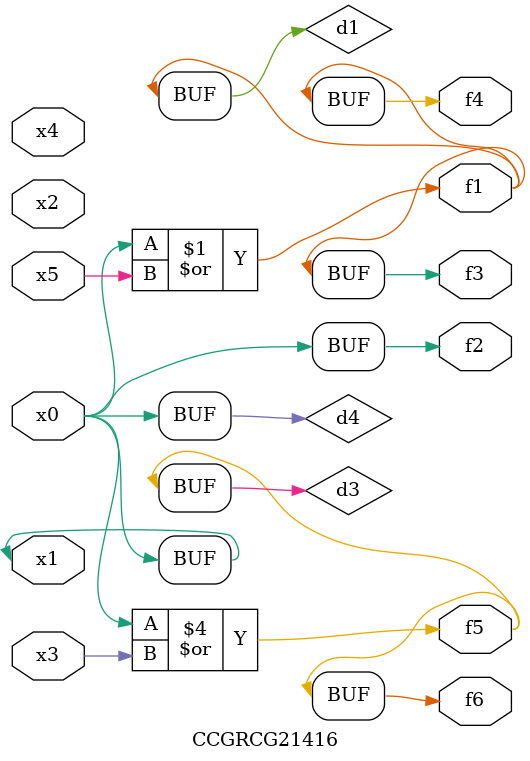
<source format=v>
module CCGRCG21416(
	input x0, x1, x2, x3, x4, x5,
	output f1, f2, f3, f4, f5, f6
);

	wire d1, d2, d3, d4;

	or (d1, x0, x5);
	xnor (d2, x1, x4);
	or (d3, x0, x3);
	buf (d4, x0, x1);
	assign f1 = d1;
	assign f2 = d4;
	assign f3 = d1;
	assign f4 = d1;
	assign f5 = d3;
	assign f6 = d3;
endmodule

</source>
